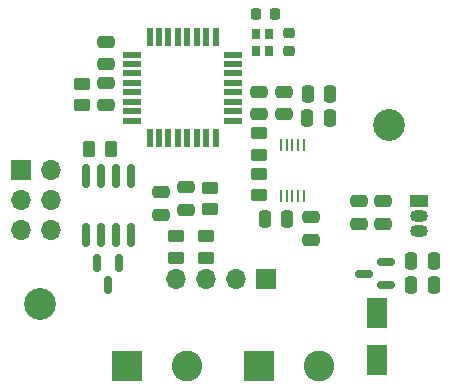
<source format=gbr>
%TF.GenerationSoftware,KiCad,Pcbnew,8.0.1*%
%TF.CreationDate,2024-05-02T10:16:12-03:00*%
%TF.ProjectId,Sdqf,53647166-2e6b-4696-9361-645f70636258,rev?*%
%TF.SameCoordinates,Original*%
%TF.FileFunction,Soldermask,Top*%
%TF.FilePolarity,Negative*%
%FSLAX46Y46*%
G04 Gerber Fmt 4.6, Leading zero omitted, Abs format (unit mm)*
G04 Created by KiCad (PCBNEW 8.0.1) date 2024-05-02 10:16:12*
%MOMM*%
%LPD*%
G01*
G04 APERTURE LIST*
G04 Aperture macros list*
%AMRoundRect*
0 Rectangle with rounded corners*
0 $1 Rounding radius*
0 $2 $3 $4 $5 $6 $7 $8 $9 X,Y pos of 4 corners*
0 Add a 4 corners polygon primitive as box body*
4,1,4,$2,$3,$4,$5,$6,$7,$8,$9,$2,$3,0*
0 Add four circle primitives for the rounded corners*
1,1,$1+$1,$2,$3*
1,1,$1+$1,$4,$5*
1,1,$1+$1,$6,$7*
1,1,$1+$1,$8,$9*
0 Add four rect primitives between the rounded corners*
20,1,$1+$1,$2,$3,$4,$5,0*
20,1,$1+$1,$4,$5,$6,$7,0*
20,1,$1+$1,$6,$7,$8,$9,0*
20,1,$1+$1,$8,$9,$2,$3,0*%
G04 Aperture macros list end*
%ADD10R,1.500000X1.050000*%
%ADD11O,1.500000X1.050000*%
%ADD12R,0.800000X0.900000*%
%ADD13RoundRect,0.225000X0.250000X-0.225000X0.250000X0.225000X-0.250000X0.225000X-0.250000X-0.225000X0*%
%ADD14RoundRect,0.225000X-0.225000X-0.250000X0.225000X-0.250000X0.225000X0.250000X-0.225000X0.250000X0*%
%ADD15RoundRect,0.250000X-0.475000X0.250000X-0.475000X-0.250000X0.475000X-0.250000X0.475000X0.250000X0*%
%ADD16RoundRect,0.150000X0.587500X0.150000X-0.587500X0.150000X-0.587500X-0.150000X0.587500X-0.150000X0*%
%ADD17RoundRect,0.150000X-0.150000X0.825000X-0.150000X-0.825000X0.150000X-0.825000X0.150000X0.825000X0*%
%ADD18R,0.550000X1.600000*%
%ADD19R,1.600000X0.550000*%
%ADD20R,1.800000X2.500000*%
%ADD21R,2.600000X2.600000*%
%ADD22C,2.600000*%
%ADD23C,2.700000*%
%ADD24RoundRect,0.250000X0.450000X-0.262500X0.450000X0.262500X-0.450000X0.262500X-0.450000X-0.262500X0*%
%ADD25RoundRect,0.250000X0.475000X-0.250000X0.475000X0.250000X-0.475000X0.250000X-0.475000X-0.250000X0*%
%ADD26RoundRect,0.250000X-0.250000X-0.475000X0.250000X-0.475000X0.250000X0.475000X-0.250000X0.475000X0*%
%ADD27O,1.700000X1.700000*%
%ADD28R,1.700000X1.700000*%
%ADD29R,0.250000X1.100000*%
%ADD30RoundRect,0.250000X-0.450000X0.262500X-0.450000X-0.262500X0.450000X-0.262500X0.450000X0.262500X0*%
%ADD31RoundRect,0.250000X-0.262500X-0.450000X0.262500X-0.450000X0.262500X0.450000X-0.262500X0.450000X0*%
%ADD32RoundRect,0.150000X-0.150000X0.587500X-0.150000X-0.587500X0.150000X-0.587500X0.150000X0.587500X0*%
%ADD33RoundRect,0.250000X0.250000X0.475000X-0.250000X0.475000X-0.250000X-0.475000X0.250000X-0.475000X0*%
G04 APERTURE END LIST*
D10*
%TO.C,U1*%
X161240000Y-84830000D03*
D11*
X161240000Y-86100000D03*
X161240000Y-87370000D03*
%TD*%
D12*
%TO.C,Y1*%
X148550000Y-70700000D03*
X148550000Y-72100000D03*
X147450000Y-72100000D03*
X147450000Y-70700000D03*
%TD*%
D13*
%TO.C,C12*%
X150200000Y-70550000D03*
X150200000Y-72100000D03*
%TD*%
D14*
%TO.C,C2*%
X149000000Y-69000000D03*
X147450000Y-69000000D03*
%TD*%
D15*
%TO.C,C7*%
X147700000Y-77450000D03*
X147700000Y-75550000D03*
%TD*%
%TO.C,C6*%
X158200000Y-84830000D03*
X158200000Y-86730000D03*
%TD*%
D16*
%TO.C,D2*%
X158400000Y-91900000D03*
X158400000Y-90000000D03*
X156525000Y-90950000D03*
%TD*%
D17*
%TO.C,U3*%
X136805000Y-82725000D03*
X135535000Y-82725000D03*
X134265000Y-82725000D03*
X132995000Y-82725000D03*
X132995000Y-87675000D03*
X134265000Y-87675000D03*
X135535000Y-87675000D03*
X136805000Y-87675000D03*
%TD*%
D18*
%TO.C,U2*%
X144000000Y-79450000D03*
X143200000Y-79450000D03*
X142400000Y-79450000D03*
X141600000Y-79450000D03*
X140800000Y-79450000D03*
X140000000Y-79450000D03*
X139200000Y-79450000D03*
X138400000Y-79450000D03*
D19*
X136950000Y-78000000D03*
X136950000Y-77200000D03*
X136950000Y-76400000D03*
X136950000Y-75600000D03*
X136950000Y-74800000D03*
X136950000Y-74000000D03*
X136950000Y-73200000D03*
X136950000Y-72400000D03*
D18*
X138400000Y-70950000D03*
X139200000Y-70950000D03*
X140000000Y-70950000D03*
X140800000Y-70950000D03*
X141600000Y-70950000D03*
X142400000Y-70950000D03*
X143200000Y-70950000D03*
X144000000Y-70950000D03*
D19*
X145450000Y-72400000D03*
X145450000Y-73200000D03*
X145450000Y-74000000D03*
X145450000Y-74800000D03*
X145450000Y-75600000D03*
X145450000Y-76400000D03*
X145450000Y-77200000D03*
X145450000Y-78000000D03*
%TD*%
D20*
%TO.C,D1*%
X157700000Y-94300000D03*
X157700000Y-98300000D03*
%TD*%
D21*
%TO.C,J4*%
X147700000Y-98800000D03*
D22*
X152780000Y-98800000D03*
%TD*%
D15*
%TO.C,C4*%
X134700000Y-76700000D03*
X134700000Y-74800000D03*
%TD*%
D23*
%TO.C,J6*%
X158700000Y-78400000D03*
%TD*%
D24*
%TO.C,R1*%
X147700000Y-82487500D03*
X147700000Y-84312500D03*
%TD*%
D15*
%TO.C,C5*%
X149800000Y-75550000D03*
X149800000Y-77450000D03*
%TD*%
D24*
%TO.C,R5*%
X147700000Y-79087500D03*
X147700000Y-80912500D03*
%TD*%
D25*
%TO.C,C10*%
X141500000Y-85550000D03*
X141500000Y-83650000D03*
%TD*%
D26*
%TO.C,C1*%
X160550000Y-91900000D03*
X162450000Y-91900000D03*
%TD*%
D21*
%TO.C,J3*%
X136500000Y-98800000D03*
D22*
X141580000Y-98800000D03*
%TD*%
D27*
%TO.C,J1*%
X130040000Y-87280000D03*
X127500000Y-87279999D03*
X130040000Y-84740000D03*
X127500000Y-84740000D03*
X130040000Y-82200000D03*
D28*
X127500000Y-82200000D03*
%TD*%
D26*
%TO.C,C3*%
X162450000Y-89900000D03*
X160550000Y-89900000D03*
%TD*%
D29*
%TO.C,U4*%
X149500000Y-80100000D03*
X150000000Y-80100000D03*
X150500000Y-80100000D03*
X151000000Y-80100000D03*
X151500000Y-80100000D03*
X151500000Y-84400000D03*
X151000000Y-84400000D03*
X150500000Y-84400000D03*
X150000000Y-84400000D03*
X149500000Y-84400000D03*
%TD*%
D26*
%TO.C,C13*%
X153700000Y-75750000D03*
X151800000Y-75750000D03*
%TD*%
D30*
%TO.C,L1*%
X132700000Y-76712500D03*
X132700000Y-74887500D03*
%TD*%
D15*
%TO.C,C8*%
X156100000Y-84830000D03*
X156100000Y-86730000D03*
%TD*%
D26*
%TO.C,C14*%
X153650000Y-77800000D03*
X151750000Y-77800000D03*
%TD*%
D23*
%TO.C,J7*%
X129100000Y-93500000D03*
%TD*%
D25*
%TO.C,C9*%
X134700000Y-73200000D03*
X134700000Y-71300000D03*
%TD*%
D31*
%TO.C,R4*%
X133287500Y-80400000D03*
X135112500Y-80400000D03*
%TD*%
D25*
%TO.C,C11*%
X139400000Y-85950000D03*
X139400000Y-84050000D03*
%TD*%
D24*
%TO.C,R2*%
X143500000Y-85512500D03*
X143500000Y-83687500D03*
%TD*%
%TO.C,R11*%
X140680000Y-87775000D03*
X140680000Y-89600000D03*
%TD*%
D32*
%TO.C,D4*%
X135850000Y-90025000D03*
X133950000Y-90025000D03*
X134900000Y-91900000D03*
%TD*%
D15*
%TO.C,C16*%
X152100000Y-86200000D03*
X152100000Y-88100000D03*
%TD*%
D33*
%TO.C,C15*%
X148150000Y-86300000D03*
X150050000Y-86300000D03*
%TD*%
D24*
%TO.C,R10*%
X143220000Y-89600000D03*
X143220000Y-87775000D03*
%TD*%
D28*
%TO.C,J5*%
X148300000Y-91375000D03*
D27*
X145760000Y-91375000D03*
X143220000Y-91375000D03*
X140680000Y-91375000D03*
%TD*%
M02*

</source>
